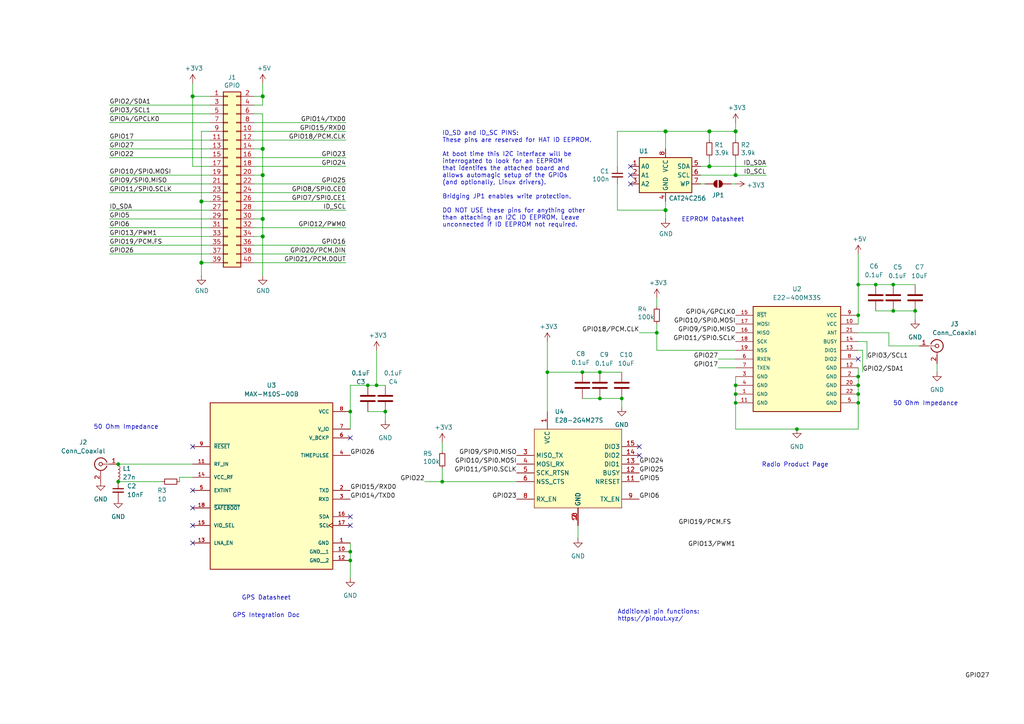
<source format=kicad_sch>
(kicad_sch (version 20250114) (generator "eeschema") (generator_version "9.0")
  (paper "A4")
  (title_block (date "15 nov 2012"))
  (lib_symbols
    (symbol "Connector:Conn_Coaxial" (pin_names (offset 1.016) (hide yes))
      (property "Reference" "J" (at 0.254 3.048 0))
      (property "Value" "Conn_Coaxial" (at 2.921 0 90))
      (symbol "Conn_Coaxial_0_1"
        (polyline (pts (xy -2.54 0) (xy -0.508 0)))
        (arc (start 1.778 0) (mid 0.222 -1.8079) (end -1.778 -0.508) (stroke (width 0.254)))
        (arc (start -1.778 0.508) (mid 0.2221 1.8084) (end 1.778 0) (stroke (width 0.254)))
        (circle (center 0 0) (radius 0.508) (stroke (width 0.2032)))
        (polyline (pts (xy 0 -2.54) (xy 0 -1.778)))
      )
      (symbol "Conn_Coaxial_1_1"
        (pin passive line (at -5.08 0 0) (length 2.54) (name "In") (number "1"))
        (pin passive line (at 0 -5.08 90) (length 2.54) (name "Ext") (number "2"))
      )
    )
    (symbol "Connector_Generic:Conn_02x20_Odd_Even" (pin_names (offset 1.016) (hide yes))
      (property "Reference" "J" (at 1.27 25.4 0))
      (property "Value" "Conn_02x20_Odd_Even" (at 1.27 -27.94 0))
      (symbol "Conn_02x20_Odd_Even_1_1"
        (rectangle (start -1.27 24.13) (end 3.81 -26.67) (stroke (width 0.254)) (fill (type background)))
        (rectangle (start -1.27 22.987) (end 0 22.733) (stroke (width 0.1524)))
        (rectangle (start -1.27 20.447) (end 0 20.193) (stroke (width 0.1524)))
        (rectangle (start -1.27 17.907) (end 0 17.653) (stroke (width 0.1524)))
        (rectangle (start -1.27 15.367) (end 0 15.113) (stroke (width 0.1524)))
        (rectangle (start -1.27 12.827) (end 0 12.573) (stroke (width 0.1524)))
        (rectangle (start -1.27 10.287) (end 0 10.033) (stroke (width 0.1524)))
        (rectangle (start -1.27 7.747) (end 0 7.493) (stroke (width 0.1524)))
        (rectangle (start -1.27 5.207) (end 0 4.953) (stroke (width 0.1524)))
        (rectangle (start -1.27 2.667) (end 0 2.413) (stroke (width 0.1524)))
        (rectangle (start -1.27 0.127) (end 0 -0.127) (stroke (width 0.1524)))
        (rectangle (start -1.27 -2.413) (end 0 -2.667) (stroke (width 0.1524)))
        (rectangle (start -1.27 -4.953) (end 0 -5.207) (stroke (width 0.1524)))
        (rectangle (start -1.27 -7.493) (end 0 -7.747) (stroke (width 0.1524)))
        (rectangle (start -1.27 -10.033) (end 0 -10.287) (stroke (width 0.1524)))
        (rectangle (start -1.27 -12.573) (end 0 -12.827) (stroke (width 0.1524)))
        (rectangle (start -1.27 -15.113) (end 0 -15.367) (stroke (width 0.1524)))
        (rectangle (start -1.27 -17.653) (end 0 -17.907) (stroke (width 0.1524)))
        (rectangle (start -1.27 -20.193) (end 0 -20.447) (stroke (width 0.1524)))
        (rectangle (start -1.27 -22.733) (end 0 -22.987) (stroke (width 0.1524)))
        (rectangle (start -1.27 -25.273) (end 0 -25.527) (stroke (width 0.1524)))
        (rectangle (start 3.81 22.987) (end 2.54 22.733) (stroke (width 0.1524)))
        (rectangle (start 3.81 20.447) (end 2.54 20.193) (stroke (width 0.1524)))
        (rectangle (start 3.81 17.907) (end 2.54 17.653) (stroke (width 0.1524)))
        (rectangle (start 3.81 15.367) (end 2.54 15.113) (stroke (width 0.1524)))
        (rectangle (start 3.81 12.827) (end 2.54 12.573) (stroke (width 0.1524)))
        (rectangle (start 3.81 10.287) (end 2.54 10.033) (stroke (width 0.1524)))
        (rectangle (start 3.81 7.747) (end 2.54 7.493) (stroke (width 0.1524)))
        (rectangle (start 3.81 5.207) (end 2.54 4.953) (stroke (width 0.1524)))
        (rectangle (start 3.81 2.667) (end 2.54 2.413) (stroke (width 0.1524)))
        (rectangle (start 3.81 0.127) (end 2.54 -0.127) (stroke (width 0.1524)))
        (rectangle (start 3.81 -2.413) (end 2.54 -2.667) (stroke (width 0.1524)))
        (rectangle (start 3.81 -4.953) (end 2.54 -5.207) (stroke (width 0.1524)))
        (rectangle (start 3.81 -7.493) (end 2.54 -7.747) (stroke (width 0.1524)))
        (rectangle (start 3.81 -10.033) (end 2.54 -10.287) (stroke (width 0.1524)))
        (rectangle (start 3.81 -12.573) (end 2.54 -12.827) (stroke (width 0.1524)))
        (rectangle (start 3.81 -15.113) (end 2.54 -15.367) (stroke (width 0.1524)))
        (rectangle (start 3.81 -17.653) (end 2.54 -17.907) (stroke (width 0.1524)))
        (rectangle (start 3.81 -20.193) (end 2.54 -20.447) (stroke (width 0.1524)))
        (rectangle (start 3.81 -22.733) (end 2.54 -22.987) (stroke (width 0.1524)))
        (rectangle (start 3.81 -25.273) (end 2.54 -25.527) (stroke (width 0.1524)))
        (pin passive line (at -5.08 22.86 0) (length 3.81) (name "Pin_1") (number "1"))
        (pin passive line (at -5.08 20.32 0) (length 3.81) (name "Pin_3") (number "3"))
        (pin passive line (at -5.08 17.78 0) (length 3.81) (name "Pin_5") (number "5"))
        (pin passive line (at -5.08 15.24 0) (length 3.81) (name "Pin_7") (number "7"))
        (pin passive line (at -5.08 12.7 0) (length 3.81) (name "Pin_9") (number "9"))
        (pin passive line (at -5.08 10.16 0) (length 3.81) (name "Pin_11") (number "11"))
        (pin passive line (at -5.08 7.62 0) (length 3.81) (name "Pin_13") (number "13"))
        (pin passive line (at -5.08 5.08 0) (length 3.81) (name "Pin_15") (number "15"))
        (pin passive line (at -5.08 2.54 0) (length 3.81) (name "Pin_17") (number "17"))
        (pin passive line (at -5.08 0 0) (length 3.81) (name "Pin_19") (number "19"))
        (pin passive line (at -5.08 -2.54 0) (length 3.81) (name "Pin_21") (number "21"))
        (pin passive line (at -5.08 -5.08 0) (length 3.81) (name "Pin_23") (number "23"))
        (pin passive line (at -5.08 -7.62 0) (length 3.81) (name "Pin_25") (number "25"))
        (pin passive line (at -5.08 -10.16 0) (length 3.81) (name "Pin_27") (number "27"))
        (pin passive line (at -5.08 -12.7 0) (length 3.81) (name "Pin_29") (number "29"))
        (pin passive line (at -5.08 -15.24 0) (length 3.81) (name "Pin_31") (number "31"))
        (pin passive line (at -5.08 -17.78 0) (length 3.81) (name "Pin_33") (number "33"))
        (pin passive line (at -5.08 -20.32 0) (length 3.81) (name "Pin_35") (number "35"))
        (pin passive line (at -5.08 -22.86 0) (length 3.81) (name "Pin_37") (number "37"))
        (pin passive line (at -5.08 -25.4 0) (length 3.81) (name "Pin_39") (number "39"))
        (pin passive line (at 7.62 22.86 180) (length 3.81) (name "Pin_2") (number "2"))
        (pin passive line (at 7.62 20.32 180) (length 3.81) (name "Pin_4") (number "4"))
        (pin passive line (at 7.62 17.78 180) (length 3.81) (name "Pin_6") (number "6"))
        (pin passive line (at 7.62 15.24 180) (length 3.81) (name "Pin_8") (number "8"))
        (pin passive line (at 7.62 12.7 180) (length 3.81) (name "Pin_10") (number "10"))
        (pin passive line (at 7.62 10.16 180) (length 3.81) (name "Pin_12") (number "12"))
        (pin passive line (at 7.62 7.62 180) (length 3.81) (name "Pin_14") (number "14"))
        (pin passive line (at 7.62 5.08 180) (length 3.81) (name "Pin_16") (number "16"))
        (pin passive line (at 7.62 2.54 180) (length 3.81) (name "Pin_18") (number "18"))
        (pin passive line (at 7.62 0 180) (length 3.81) (name "Pin_20") (number "20"))
        (pin passive line (at 7.62 -2.54 180) (length 3.81) (name "Pin_22") (number "22"))
        (pin passive line (at 7.62 -5.08 180) (length 3.81) (name "Pin_24") (number "24"))
        (pin passive line (at 7.62 -7.62 180) (length 3.81) (name "Pin_26") (number "26"))
        (pin passive line (at 7.62 -10.16 180) (length 3.81) (name "Pin_28") (number "28"))
        (pin passive line (at 7.62 -12.7 180) (length 3.81) (name "Pin_30") (number "30"))
        (pin passive line (at 7.62 -15.24 180) (length 3.81) (name "Pin_32") (number "32"))
        (pin passive line (at 7.62 -17.78 180) (length 3.81) (name "Pin_34") (number "34"))
        (pin passive line (at 7.62 -20.32 180) (length 3.81) (name "Pin_36") (number "36"))
        (pin passive line (at 7.62 -22.86 180) (length 3.81) (name "Pin_38") (number "38"))
        (pin passive line (at 7.62 -25.4 180) (length 3.81) (name "Pin_40") (number "40"))
      )
    )
    (symbol "Device:C" (pin_numbers (hide yes)) (pin_names (offset 0.254))
      (property "Reference" "C" (at 0.635 2.54 0))
      (property "Value" "C" (at 0.635 -2.54 0))
      (symbol "C_0_1"
        (polyline (pts (xy -2.032 0.762) (xy 2.032 0.762)) (stroke (width 0.508)))
        (polyline (pts (xy -2.032 -0.762) (xy 2.032 -0.762)) (stroke (width 0.508)))
      )
      (symbol "C_1_1"
        (pin passive line (at 0 3.81 270) (length 2.794) (name "~") (number "1"))
        (pin passive line (at 0 -3.81 90) (length 2.794) (name "~") (number "2"))
      )
    )
    (symbol "Device:C_Small" (pin_numbers (hide yes)) (pin_names (offset 0.254) (hide yes))
      (property "Reference" "C" (at 0.254 1.778 0))
      (property "Value" "C_Small" (at 0.254 -2.032 0))
      (symbol "C_Small_0_1"
        (polyline (pts (xy -1.524 0.508) (xy 1.524 0.508)) (stroke (width 0.3048)))
        (polyline (pts (xy -1.524 -0.508) (xy 1.524 -0.508)) (stroke (width 0.3302)))
      )
      (symbol "C_Small_1_1"
        (pin passive line (at 0 2.54 270) (length 2.032) (name "~") (number "1"))
        (pin passive line (at 0 -2.54 90) (length 2.032) (name "~") (number "2"))
      )
    )
    (symbol "Device:L_Small" (pin_numbers (hide yes)) (pin_names (offset 0.254) (hide yes))
      (property "Reference" "L" (at 0.762 1.016 0))
      (property "Value" "L_Small" (at 0.762 -1.016 0))
      (symbol "L_Small_0_1"
        (arc (start 0 2.032) (mid 0.5058 1.524) (end 0 1.016))
        (arc (start 0 1.016) (mid 0.5058 0.508) (end 0 0))
        (arc (start 0 0) (mid 0.5058 -0.508) (end 0 -1.016))
        (arc (start 0 -1.016) (mid 0.5058 -1.524) (end 0 -2.032))
      )
      (symbol "L_Small_1_1"
        (pin passive line (at 0 2.54 270) (length 0.508) (name "~") (number "1"))
        (pin passive line (at 0 -2.54 90) (length 0.508) (name "~") (number "2"))
      )
    )
    (symbol "Device:R_Small" (pin_numbers (hide yes)) (pin_names (offset 0.254) (hide yes))
      (property "Reference" "R" (at 0.762 0.508 0))
      (property "Value" "R_Small" (at 0.762 -1.016 0))
      (symbol "R_Small_0_1"
        (rectangle (start -0.762 1.778) (end 0.762 -1.778) (stroke (width 0.2032)))
      )
      (symbol "R_Small_1_1"
        (pin passive line (at 0 2.54 270) (length 0.762) (name "~") (number "1"))
        (pin passive line (at 0 -2.54 90) (length 0.762) (name "~") (number "2"))
      )
    )
    (symbol "GND_24" (power) (pin_names (offset 0))
      (property "Value" "GND_24" (at 0 -3.81 0))
      (symbol "GND_24_0_1"
        (polyline (pts (xy 0 0) (xy 0 -1.27) (xy 1.27 -1.27) (xy 0 -2.54) (xy -1.27 -1.27) (xy 0 -1.27)))
      )
      (symbol "GND_24_1_1"
        (pin power_in line (at 0 0 270) (length 0) (hide yes) (name "GND") (number "1"))
      )
    )
    (symbol "GND_25" (power) (pin_names (offset 0))
      (property "Value" "GND_25" (at 0 -3.81 0))
      (symbol "GND_25_0_1"
        (polyline (pts (xy 0 0) (xy 0 -1.27) (xy 1.27 -1.27) (xy 0 -2.54) (xy -1.27 -1.27) (xy 0 -1.27)))
      )
      (symbol "GND_25_1_1"
        (pin power_in line (at 0 0 270) (length 0) (hide yes) (name "GND") (number "1"))
      )
    )
    (symbol "Jumper:SolderJumper_2_Open" (pin_numbers (hide yes)) (pin_names (offset 0) (hide yes)) (exclude_from_sim yes) (in_bom no)
      (property "Reference" "JP" (at 0 2.032 0))
      (property "Value" "SolderJumper_2_Open" (at 0 -2.54 0))
      (symbol "SolderJumper_2_Open_0_1"
        (polyline (pts (xy -0.254 1.016) (xy -0.254 -1.016)))
        (arc (start -0.254 -1.016) (mid -1.2656 0) (end -0.254 1.016))
        (arc (start -0.254 -1.016) (mid -1.2656 0) (end -0.254 1.016) (fill (type outline)))
        (arc (start 0.254 1.016) (mid 1.2656 0) (end 0.254 -1.016))
        (arc (start 0.254 1.016) (mid 1.2656 0) (end 0.254 -1.016) (fill (type outline)))
        (polyline (pts (xy 0.254 1.016) (xy 0.254 -1.016)))
      )
      (symbol "SolderJumper_2_Open_1_1"
        (pin passive line (at -3.81 0 0) (length 2.54) (name "A") (number "1"))
        (pin passive line (at 3.81 0 180) (length 2.54) (name "B") (number "2"))
      )
    )
    (symbol "Memory_EEPROM:CAT24C256"
      (property "Reference" "U" (at -6.35 6.35 0))
      (property "Value" "CAT24C256" (at 1.27 6.35 0))
      (symbol "CAT24C256_1_1"
        (rectangle (start -7.62 5.08) (end 7.62 -5.08) (stroke (width 0.254)) (fill (type background)))
        (pin input line (at -10.16 2.54 0) (length 2.54) (name "A0") (number "1"))
        (pin input line (at -10.16 0 0) (length 2.54) (name "A1") (number "2"))
        (pin input line (at -10.16 -2.54 0) (length 2.54) (name "A2") (number "3"))
        (pin power_in line (at 0 7.62 270) (length 2.54) (name "VCC") (number "8"))
        (pin power_in line (at 0 -7.62 90) (length 2.54) (name "GND") (number "4"))
        (pin bidirectional line (at 10.16 2.54 180) (length 2.54) (name "SDA") (number "5"))
        (pin input line (at 10.16 0 180) (length 2.54) (name "SCL") (number "6"))
        (pin input line (at 10.16 -2.54 180) (length 2.54) (name "WP") (number "7"))
      )
    )
    (symbol "RPiGsSymbols:E22-400M33S" (pin_names (offset 1.016))
      (property "Reference" "U" (at -12.7 16.002 0))
      (property "Value" "E22-400M33S" (at -12.7 -17.78 0))
      (symbol "E22-400M33S_0_0"
        (rectangle (start -12.7 15.24) (end 12.7 -15.24) (stroke (width 0.254)) (fill (type background)))
        (pin input line (at -17.78 12.7 0) (length 5.08) (name "~{RST}") (number "15"))
        (pin input line (at -17.78 10.16 0) (length 5.08) (name "MOSI") (number "17"))
        (pin output line (at -17.78 7.62 0) (length 5.08) (name "MISO") (number "16"))
        (pin input line (at -17.78 5.08 0) (length 5.08) (name "SCK") (number "18"))
        (pin input line (at -17.78 2.54 0) (length 5.08) (name "NSS") (number "19"))
        (pin input line (at -17.78 0 0) (length 5.08) (name "RXEN") (number "6"))
        (pin input line (at -17.78 -2.54 0) (length 5.08) (name "TXEN") (number "7"))
        (pin power_in line (at -17.78 -5.08 0) (length 5.08) (name "GND") (number "3"))
        (pin power_in line (at -17.78 -7.62 0) (length 5.08) (name "GND") (number "4"))
        (pin power_in line (at -17.78 -10.16 0) (length 5.08) (name "GND") (number "1"))
        (pin power_in line (at -17.78 -12.7 0) (length 5.08) (name "GND") (number "11"))
        (pin power_in line (at 17.78 12.7 180) (length 5.08) (name "VCC") (number "9"))
        (pin power_in line (at 17.78 10.16 180) (length 5.08) (name "VCC") (number "10"))
        (pin output line (at 17.78 7.62 180) (length 5.08) (name "ANT") (number "21"))
        (pin output line (at 17.78 5.08 180) (length 5.08) (name "BUSY") (number "14"))
        (pin bidirectional line (at 17.78 2.54 180) (length 5.08) (name "DIO1") (number "13"))
        (pin bidirectional line (at 17.78 0 180) (length 5.08) (name "DIO2") (number "8"))
        (pin power_in line (at 17.78 -2.54 180) (length 5.08) (name "GND") (number "12"))
        (pin power_in line (at 17.78 -5.08 180) (length 5.08) (name "GND") (number "2"))
        (pin power_in line (at 17.78 -7.62 180) (length 5.08) (name "GND") (number "20"))
        (pin power_in line (at 17.78 -10.16 180) (length 5.08) (name "GND") (number "22"))
        (pin power_in line (at 17.78 -12.7 180) (length 5.08) (name "GND") (number "5"))
      )
    )
    (symbol "RPiGsSymbols:E28-2G4M27S"
      (property "Reference" "U30" (at 0 12.7 0))
      (property "Value" "E28-2G4M27S" (at 0 10.16 0))
      (symbol "E28-2G4M27S_0_1"
        (rectangle (start -12.7 7.62) (end 12.7 -15.24) (fill (type background)))
        (pin unspecified line (at -17.78 0 0) (length 5.08) (name "MISO_TX") (number "3"))
        (pin unspecified line (at -17.78 -2.54 0) (length 5.08) (name "MOSI_RX") (number "4"))
        (pin unspecified line (at -17.78 -5.08 0) (length 5.08) (name "SCK_RTSN") (number "5"))
        (pin unspecified line (at -17.78 -7.62 0) (length 5.08) (name "NSS_CTS") (number "6"))
        (pin unspecified line (at -17.78 -12.7 0) (length 5.08) (name "RX_EN") (number "8"))
        (pin unspecified line (at -8.89 12.7 270) (length 5.08) (name "VCC") (number "1"))
        (pin unspecified line (at 0 -20.32 90) (length 5.08) (name "GND") (number "10"))
        (pin unspecified line (at 0 -20.32 90) (length 5.08) (name "GND") (number "16"))
        (pin unspecified line (at 0 -20.32 90) (length 5.08) (name "GND") (number "2"))
        (pin unspecified line (at 0 -20.32 90) (length 5.08) (name "GND") (number "7"))
        (pin unspecified line (at 17.78 2.54 180) (length 5.08) (name "DIO3") (number "15"))
        (pin unspecified line (at 17.78 0 180) (length 5.08) (name "DIO2") (number "14"))
        (pin unspecified line (at 17.78 -2.54 180) (length 5.08) (name "DIO1") (number "13"))
        (pin unspecified line (at 17.78 -5.08 180) (length 5.08) (name "BUSY") (number "12"))
        (pin unspecified line (at 17.78 -7.62 180) (length 5.08) (name "NRESET") (number "11"))
        (pin unspecified line (at 17.78 -12.7 180) (length 5.08) (name "TX_EN") (number "9"))
      )
    )
    (symbol "RPiGsSymbols:MAX-M10S-00B" (pin_names (offset 1.016))
      (property "Reference" "U" (at -17.78 21.082 0))
      (property "Value" "MAX-M10S-00B" (at -17.78 -30.48 0))
      (symbol "MAX-M10S-00B_0_0"
        (rectangle (start -17.78 20.32) (end 17.78 -27.94) (stroke (width 0.254)) (fill (type background)))
        (pin input line (at -22.86 7.62 0) (length 5.08) (name "~{RESET}") (number "9"))
        (pin input line (at -22.86 2.54 0) (length 5.08) (name "RF_IN") (number "11"))
        (pin power_in line (at -22.86 -1.27 0) (length 5.08) (name "VCC_RF") (number "14"))
        (pin input line (at -22.86 -5.08 0) (length 5.08) (name "EXTINT") (number "5"))
        (pin input line (at -22.86 -10.16 0) (length 5.08) (name "~{SAFEBOOT}") (number "18"))
        (pin input line (at -22.86 -15.24 0) (length 5.08) (name "VIO_SEL") (number "15"))
        (pin output line (at -22.86 -20.32 0) (length 5.08) (name "LNA_EN") (number "13"))
        (pin power_in line (at 22.86 17.78 180) (length 5.08) (name "VCC") (number "8"))
        (pin power_in line (at 22.86 12.7 180) (length 5.08) (name "V_IO") (number "7"))
        (pin power_in line (at 22.86 10.16 180) (length 5.08) (name "V_BCKP") (number "6"))
        (pin output line (at 22.86 5.08 180) (length 5.08) (name "TIMEPULSE") (number "4"))
        (pin output line (at 22.86 -5.08 180) (length 5.08) (name "TXD") (number "2"))
        (pin input line (at 22.86 -7.62 180) (length 5.08) (name "RXD") (number "3"))
        (pin bidirectional line (at 22.86 -12.7 180) (length 5.08) (name "SDA") (number "16"))
        (pin input clock (at 22.86 -15.24 180) (length 5.08) (name "SCL") (number "17"))
        (pin power_in line (at 22.86 -20.32 180) (length 5.08) (name "GND") (number "1"))
        (pin power_in line (at 22.86 -22.86 180) (length 5.08) (name "GND__1") (number "10"))
        (pin power_in line (at 22.86 -25.4 180) (length 5.08) (name "GND__2") (number "12"))
      )
    )
    (symbol "power:+3.3V" (power) (pin_numbers (hide yes)) (pin_names (offset 0) (hide yes))
      (property "Value" "+3.3V" (at 0 3.556 0))
      (symbol "+3.3V_0_1"
        (polyline (pts (xy -0.762 1.27) (xy 0 2.54)))
        (polyline (pts (xy 0 2.54) (xy 0.762 1.27)))
        (polyline (pts (xy 0 0) (xy 0 2.54)))
      )
      (symbol "+3.3V_1_1"
        (pin power_in line (at 0 0 90) (length 0) (name "~") (number "1"))
      )
    )
    (symbol "power:+5V" (power) (pin_numbers (hide yes)) (pin_names (offset 0) (hide yes))
      (property "Value" "+5V" (at 0 3.556 0))
      (symbol "+5V_0_1"
        (polyline (pts (xy -0.762 1.27) (xy 0 2.54)))
        (polyline (pts (xy 0 2.54) (xy 0.762 1.27)))
        (polyline (pts (xy 0 0) (xy 0 2.54)))
      )
      (symbol "+5V_1_1"
        (pin power_in line (at 0 0 90) (length 0) (name "~") (number "1"))
      )
    )
    (symbol "power:GND" (power) (pin_numbers (hide yes)) (pin_names (offset 0) (hide yes))
      (property "Value" "GND" (at 0 -3.81 0))
      (symbol "GND_0_1"
        (polyline (pts (xy 0 0) (xy 0 -1.27) (xy 1.27 -1.27) (xy 0 -2.54) (xy -1.27 -1.27) (xy 0 -1.27)))
      )
      (symbol "GND_1_1"
        (pin power_in line (at 0 0 270) (length 0) (name "~") (number "1"))
      )
    )
  )
  (text "50 Ohm Impedance" (at 268.478 117.094 0) (effects (font (size 1.27 1.27))))
  (text "Additional pin functions:\nhttps://pinout.xyz/" (at 179.07 180.34 0) (effects (font (size 1.27 1.27)) (justify left bottom)))
  (text "GPS Datasheet" (at 77.216 173.482 0) (effects (font (size 1.27 1.27))))
  (text "Radio Product Page" (at 230.632 134.874 0) (effects (font (size 1.27 1.27))))
  (text "EEPROM Datasheet" (at 206.756 63.754 0) (effects (font (size 1.27 1.27))))
  (text "ID_SD and ID_SC PINS:\nThese pins are reserved for HAT ID EEPROM.\n\nAt boot time this I2C interface will be\ninterrogated to look for an EEPROM\nthat identifes the attached board and\nallows automagic setup of the GPIOs\n(and optionally, Linux drivers).\n\nBridging JP1 enables write protection.\n\nDO NOT USE these pins for anything other\nthan attaching an I2C ID EEPROM. Leave\nunconnected if ID EEPROM not required." (at 128.27 66.04 0) (effects (font (size 1.27 1.27)) (justify left bottom)))
  (text "50 Ohm Impedance" (at 36.576 123.952 0) (effects (font (size 1.27 1.27))))
  (text "GPS Integration Doc" (at 77.216 178.562 0) (effects (font (size 1.27 1.27))))
  (junction (at 265.43 90.17))
  (junction (at 205.74 48.26) (diameter 1.016))
  (junction (at 76.2 27.94) (diameter 1.016))
  (junction (at 193.04 60.96) (diameter 1.016))
  (junction (at 106.68 111.76))
  (junction (at 248.92 114.3))
  (junction (at 76.2 43.18) (diameter 1.016))
  (junction (at 193.04 38.1) (diameter 1.016))
  (junction (at 168.91 107.95))
  (junction (at 213.36 116.84))
  (junction (at 109.22 111.76))
  (junction (at 190.5 96.52))
  (junction (at 173.99 115.57))
  (junction (at 213.36 38.1) (diameter 1.016))
  (junction (at 101.6 119.38))
  (junction (at 254 82.55))
  (junction (at 34.29 139.7))
  (junction (at 34.29 134.62))
  (junction (at 248.92 109.22))
  (junction (at 248.92 82.55))
  (junction (at 111.76 119.38))
  (junction (at 58.42 76.2) (diameter 1.016))
  (junction (at 259.08 82.55))
  (junction (at 213.36 114.3))
  (junction (at 101.6 162.56))
  (junction (at 58.42 58.42) (diameter 1.016))
  (junction (at 76.2 68.58) (diameter 1.016))
  (junction (at 173.99 107.95))
  (junction (at 259.08 90.17))
  (junction (at 248.92 111.76))
  (junction (at 76.2 63.5) (diameter 1.016))
  (junction (at 248.92 116.84))
  (junction (at 76.2 50.8) (diameter 1.016))
  (junction (at 101.6 160.02))
  (junction (at 213.36 50.8) (diameter 1.016))
  (junction (at 180.34 115.57))
  (junction (at 248.92 91.44))
  (junction (at 158.75 107.95))
  (junction (at 213.36 111.76))
  (junction (at 128.27 139.7))
  (junction (at 55.88 27.94) (diameter 1.016))
  (junction (at 205.74 38.1) (diameter 1.016))
  (junction (at 231.14 124.46))
  (no_connect (at 182.88 48.26))
  (no_connect (at 182.88 50.8))
  (no_connect (at 182.88 53.34))
  (no_connect (at 101.6 127))
  (no_connect (at 55.88 129.54))
  (no_connect (at 185.42 129.54))
  (no_connect (at 101.6 152.4))
  (no_connect (at 185.42 132.08))
  (no_connect (at 248.92 104.14))
  (no_connect (at 55.88 147.32))
  (no_connect (at 55.88 152.4))
  (no_connect (at 101.6 149.86))
  (no_connect (at 55.88 142.24))
  (no_connect (at 55.88 157.48))
  (wire (pts (xy 58.42 58.42) (xy 58.42 76.2)))
  (wire (pts (xy 73.66 58.42) (xy 100.33 58.42)))
  (wire (pts (xy 34.29 139.7) (xy 46.99 139.7)))
  (wire (pts (xy 60.96 40.64) (xy 31.75 40.64)))
  (wire (pts (xy 193.04 38.1) (xy 205.74 38.1)))
  (wire (pts (xy 213.36 38.1) (xy 205.74 38.1)))
  (wire (pts (xy 213.36 40.64) (xy 213.36 38.1)))
  (wire (pts (xy 34.29 134.62) (xy 55.88 134.62)))
  (wire (pts (xy 250.19 101.6) (xy 248.92 101.6)))
  (wire (pts (xy 248.92 82.55) (xy 254 82.55)))
  (wire (pts (xy 76.2 33.02) (xy 76.2 43.18)))
  (wire (pts (xy 76.2 50.8) (xy 73.66 50.8)))
  (wire (pts (xy 106.68 119.38) (xy 111.76 119.38)))
  (wire (pts (xy 158.75 119.38) (xy 158.75 107.95)))
  (wire (pts (xy 101.6 157.48) (xy 101.6 160.02)))
  (wire (pts (xy 109.22 101.6) (xy 109.22 111.76)))
  (wire (pts (xy 76.2 63.5) (xy 76.2 68.58)))
  (wire (pts (xy 168.91 107.95) (xy 173.99 107.95)))
  (wire (pts (xy 101.6 162.56) (xy 101.6 167.64)))
  (wire (pts (xy 76.2 50.8) (xy 76.2 63.5)))
  (wire (pts (xy 73.66 35.56) (xy 100.33 35.56)))
  (wire (pts (xy 190.5 101.6) (xy 213.36 101.6)))
  (wire (pts (xy 58.42 38.1) (xy 58.42 58.42)))
  (wire (pts (xy 213.36 109.22) (xy 213.36 111.76)))
  (wire (pts (xy 173.99 115.57) (xy 168.91 115.57)))
  (wire (pts (xy 203.2 48.26) (xy 205.74 48.26)))
  (wire (pts (xy 205.74 48.26) (xy 222.25 48.26)))
  (wire (pts (xy 265.43 82.55) (xy 259.08 82.55)))
  (wire (pts (xy 190.5 96.52) (xy 190.5 101.6)))
  (wire (pts (xy 58.42 38.1) (xy 60.96 38.1)))
  (wire (pts (xy 203.2 53.34) (xy 204.47 53.34)))
  (wire (pts (xy 212.09 53.34) (xy 213.36 53.34)))
  (wire (pts (xy 101.6 160.02) (xy 101.6 162.56)))
  (wire (pts (xy 73.66 55.88) (xy 100.33 55.88)))
  (wire (pts (xy 60.96 60.96) (xy 31.75 60.96)))
  (wire (pts (xy 31.75 63.5) (xy 60.96 63.5)))
  (wire (pts (xy 254 82.55) (xy 259.08 82.55)))
  (wire (pts (xy 213.36 124.46) (xy 213.36 116.84)))
  (wire (pts (xy 248.92 111.76) (xy 248.92 114.3)))
  (wire (pts (xy 101.6 119.38) (xy 101.6 111.76)))
  (wire (pts (xy 248.92 93.98) (xy 248.92 91.44)))
  (wire (pts (xy 106.68 111.76) (xy 109.22 111.76)))
  (wire (pts (xy 58.42 58.42) (xy 60.96 58.42)))
  (wire (pts (xy 213.36 35.56) (xy 213.36 38.1)))
  (wire (pts (xy 265.43 90.17) (xy 259.08 90.17)))
  (wire (pts (xy 73.66 45.72) (xy 100.33 45.72)))
  (wire (pts (xy 193.04 38.1) (xy 193.04 43.18)))
  (wire (pts (xy 250.19 107.95) (xy 250.19 101.6)))
  (wire (pts (xy 248.92 96.52) (xy 257.81 96.52)))
  (wire (pts (xy 109.22 111.76) (xy 111.76 111.76)))
  (wire (pts (xy 213.36 114.3) (xy 213.36 116.84)))
  (wire (pts (xy 73.66 76.2) (xy 100.33 76.2)))
  (wire (pts (xy 58.42 76.2) (xy 58.42 80.01)))
  (wire (pts (xy 101.6 119.38) (xy 101.6 124.46)))
  (wire (pts (xy 31.75 43.18) (xy 60.96 43.18)))
  (wire (pts (xy 213.36 45.72) (xy 213.36 50.8)))
  (wire (pts (xy 55.88 24.13) (xy 55.88 27.94)))
  (wire (pts (xy 180.34 107.95) (xy 173.99 107.95)))
  (wire (pts (xy 231.14 124.46) (xy 213.36 124.46)))
  (wire (pts (xy 158.75 99.06) (xy 158.75 107.95)))
  (wire (pts (xy 76.2 68.58) (xy 73.66 68.58)))
  (wire (pts (xy 128.27 135.89) (xy 128.27 139.7)))
  (wire (pts (xy 31.75 33.02) (xy 60.96 33.02)))
  (wire (pts (xy 31.75 55.88) (xy 60.96 55.88)))
  (wire (pts (xy 55.88 48.26) (xy 60.96 48.26)))
  (wire (pts (xy 180.34 115.57) (xy 173.99 115.57)))
  (wire (pts (xy 60.96 30.48) (xy 31.75 30.48)))
  (wire (pts (xy 76.2 27.94) (xy 76.2 30.48)))
  (wire (pts (xy 52.07 138.43) (xy 52.07 139.7)))
  (wire (pts (xy 76.2 43.18) (xy 76.2 50.8)))
  (wire (pts (xy 73.66 40.64) (xy 100.33 40.64)))
  (wire (pts (xy 76.2 43.18) (xy 73.66 43.18)))
  (wire (pts (xy 248.92 109.22) (xy 248.92 111.76)))
  (wire (pts (xy 76.2 24.13) (xy 76.2 27.94)))
  (wire (pts (xy 128.27 139.7) (xy 149.86 139.7)))
  (wire (pts (xy 31.75 35.56) (xy 60.96 35.56)))
  (wire (pts (xy 111.76 119.38) (xy 111.76 121.92)))
  (wire (pts (xy 205.74 38.1) (xy 205.74 40.64)))
  (wire (pts (xy 180.34 115.57) (xy 180.34 118.11)))
  (wire (pts (xy 76.2 27.94) (xy 73.66 27.94)))
  (wire (pts (xy 55.88 27.94) (xy 55.88 48.26)))
  (wire (pts (xy 73.66 48.26) (xy 100.33 48.26)))
  (wire (pts (xy 73.66 38.1) (xy 100.33 38.1)))
  (wire (pts (xy 205.74 45.72) (xy 205.74 48.26)))
  (wire (pts (xy 101.6 111.76) (xy 106.68 111.76)))
  (wire (pts (xy 203.2 50.8) (xy 213.36 50.8)))
  (wire (pts (xy 213.36 50.8) (xy 222.25 50.8)))
  (wire (pts (xy 31.75 45.72) (xy 60.96 45.72)))
  (wire (pts (xy 31.75 53.34) (xy 60.96 53.34)))
  (wire (pts (xy 248.92 106.68) (xy 248.92 109.22)))
  (wire (pts (xy 271.78 105.41) (xy 271.78 107.95)))
  (wire (pts (xy 31.75 66.04) (xy 60.96 66.04)))
  (wire (pts (xy 76.2 30.48) (xy 73.66 30.48)))
  (wire (pts (xy 231.14 124.46) (xy 248.92 124.46)))
  (wire (pts (xy 208.28 106.68) (xy 213.36 106.68)))
  (wire (pts (xy 213.36 111.76) (xy 213.36 114.3)))
  (wire (pts (xy 31.75 71.12) (xy 60.96 71.12)))
  (wire (pts (xy 73.66 71.12) (xy 100.33 71.12)))
  (wire (pts (xy 123.19 139.7) (xy 128.27 139.7)))
  (wire (pts (xy 73.66 66.04) (xy 100.33 66.04)))
  (wire (pts (xy 190.5 93.98) (xy 190.5 96.52)))
  (wire (pts (xy 58.42 76.2) (xy 60.96 76.2)))
  (wire (pts (xy 158.75 107.95) (xy 168.91 107.95)))
  (wire (pts (xy 128.27 128.27) (xy 128.27 130.81)))
  (wire (pts (xy 73.66 73.66) (xy 100.33 73.66)))
  (wire (pts (xy 76.2 33.02) (xy 73.66 33.02)))
  (wire (pts (xy 31.75 73.66) (xy 60.96 73.66)))
  (wire (pts (xy 208.28 104.14) (xy 213.36 104.14)))
  (wire (pts (xy 251.46 99.06) (xy 248.92 99.06)))
  (wire (pts (xy 185.42 96.52) (xy 190.5 96.52)))
  (wire (pts (xy 257.81 100.33) (xy 266.7 100.33)))
  (wire (pts (xy 248.92 124.46) (xy 248.92 116.84)))
  (wire (pts (xy 257.81 96.52) (xy 257.81 100.33)))
  (wire (pts (xy 179.07 38.1) (xy 179.07 48.26)))
  (wire (pts (xy 179.07 53.34) (xy 179.07 60.96)))
  (wire (pts (xy 179.07 60.96) (xy 193.04 60.96)))
  (wire (pts (xy 193.04 38.1) (xy 179.07 38.1)))
  (wire (pts (xy 259.08 90.17) (xy 254 90.17)))
  (wire (pts (xy 52.07 138.43) (xy 55.88 138.43)))
  (wire (pts (xy 193.04 58.42) (xy 193.04 60.96)))
  (wire (pts (xy 193.04 60.96) (xy 193.04 63.5)))
  (wire (pts (xy 248.92 73.66) (xy 248.92 82.55)))
  (wire (pts (xy 76.2 68.58) (xy 76.2 80.01)))
  (wire (pts (xy 167.64 152.4) (xy 167.64 156.21)))
  (wire (pts (xy 73.66 53.34) (xy 100.33 53.34)))
  (wire (pts (xy 60.96 68.58) (xy 31.75 68.58)))
  (wire (pts (xy 265.43 90.17) (xy 265.43 92.71)))
  (wire (pts (xy 248.92 82.55) (xy 248.92 91.44)))
  (wire (pts (xy 76.2 63.5) (xy 73.66 63.5)))
  (wire (pts (xy 55.88 27.94) (xy 60.96 27.94)))
  (wire (pts (xy 251.46 104.14) (xy 251.46 99.06)))
  (wire (pts (xy 248.92 114.3) (xy 248.92 116.84)))
  (wire (pts (xy 190.5 86.36) (xy 190.5 88.9)))
  (wire (pts (xy 60.96 50.8) (xy 31.75 50.8)))
  (wire (pts (xy 73.66 60.96) (xy 100.33 60.96)))
  (label "ID_SDA" (at 31.75 60.96 0))
  (label "GPIO6" (at 31.75 66.04 0))
  (label "ID_SDA" (at 222.25 48.26 180))
  (label "GPIO14{slash}TXD0" (at 101.6 144.78 0))
  (label "ID_SCL" (at 100.33 60.96 180))
  (label "GPIO5" (at 185.42 139.7 0))
  (label "GPIO5" (at 31.75 63.5 0))
  (label "GPIO9{slash}SPI0.MISO" (at 213.36 96.52 180))
  (label "GPIO21{slash}PCM.DOUT" (at 100.33 76.2 180))
  (label "GPIO19{slash}PCM.FS" (at 31.75 71.12 0))
  (label "GPIO10{slash}SPI0.MOSI" (at 31.75 50.8 0))
  (label "GPIO26" (at 101.6 132.08 0))
  (label "GPIO9{slash}SPI0.MISO" (at 31.75 53.34 0))
  (label "GPIO23" (at 100.33 45.72 180))
  (label "GPIO15{slash}RXD0" (at 101.6 142.24 0))
  (label "GPIO4{slash}GPCLK0" (at 31.75 35.56 0))
  (label "GPIO11{slash}SPI0.SCLK" (at 213.36 99.06 180))
  (label "GPIO6" (at 185.42 144.78 0))
  (label "GPIO19{slash}PCM.FS" (at 212.09 152.4 180))
  (label "GPIO27" (at 31.75 43.18 0))
  (label "GPIO11{slash}SPI0.SCLK" (at 149.86 137.16 180))
  (label "GPIO26" (at 31.75 73.66 0))
  (label "GPIO14{slash}TXD0" (at 100.33 35.56 180))
  (label "GPIO8{slash}SPI0.CE0" (at 100.33 55.88 180))
  (label "GPIO15{slash}RXD0" (at 100.33 38.1 180))
  (label "GPIO25" (at 185.42 137.16 0))
  (label "GPIO16" (at 100.33 71.12 180))
  (label "GPIO4{slash}GPCLK0" (at 213.36 91.44 180))
  (label "GPIO13{slash}PWM1" (at 213.36 158.75 180))
  (label "GPIO22" (at 31.75 45.72 0))
  (label "GPIO2{slash}SDA1" (at 31.75 30.48 0))
  (label "GPIO17" (at 31.75 40.64 0))
  (label "GPIO2{slash}SDA1" (at 250.19 107.95 0))
  (label "GPIO22" (at 123.19 139.7 180))
  (label "GPIO27" (at 208.28 104.14 180))
  (label "GPIO25" (at 100.33 53.34 180))
  (label "GPIO9{slash}SPI0.MISO" (at 149.86 132.08 180))
  (label "GPIO3{slash}SCL1" (at 31.75 33.02 0))
  (label "GPIO23" (at 149.86 144.78 180))
  (label "GPIO18{slash}PCM.CLK" (at 100.33 40.64 180))
  (label "GPIO12{slash}PWM0" (at 100.33 66.04 180))
  (label "GPIO13{slash}PWM1" (at 31.75 68.58 0))
  (label "GPIO20{slash}PCM.DIN" (at 100.33 73.66 180))
  (label "GPIO24" (at 100.33 48.26 180))
  (label "GPIO7{slash}SPI0.CE1" (at 100.33 58.42 180))
  (label "GPIO17" (at 208.28 106.68 180))
  (label "GPIO3{slash}SCL1" (at 251.46 104.14 0))
  (label "GPIO27" (at 287.02 196.85 180))
  (label "ID_SCL" (at 222.25 50.8 180))
  (label "GPIO24" (at 185.42 134.62 0))
  (label "GPIO10{slash}SPI0.MOSI" (at 213.36 93.98 180))
  (label "GPIO18{slash}PCM.CLK" (at 185.42 96.52 180))
  (label "GPIO11{slash}SPI0.SCLK" (at 31.75 55.88 0))
  (label "GPIO10{slash}SPI0.MOSI" (at 149.86 134.62 180))
  (symbol (lib_id "power:+5V") (at 76.2 24.13 0) (unit 1)
    (property "Reference" "#PWR01" (effects (hide yes)))
    (property "Value" "+5V" (at 76.5683 19.8056 0))
    (property "Description" "Power symbol creates a global label with name \"+5V\"" (effects (hide yes)))
  )
  (symbol (lib_id "power:+3.3V") (at 55.88 24.13 0) (unit 1)
    (property "Reference" "#PWR04" (effects (hide yes)))
    (property "Value" "+3V3" (at 56.2483 19.8056 0))
    (property "Description" "Power symbol creates a global label with name \"+3.3V\"" (effects (hide yes)))
  )
  (symbol (lib_id "power:GND") (at 76.2 80.01 0) (unit 1)
    (property "Reference" "#PWR02" (effects (hide yes)))
    (property "Value" "GND" (at 76.3143 84.3344 0))
    (property "Description" "Power symbol creates a global label with name \"GND\" , ground" (effects (hide yes)))
  )
  (symbol (lib_id "power:GND") (at 58.42 80.01 0) (unit 1)
    (property "Reference" "#PWR03" (effects (hide yes)))
    (property "Value" "GND" (at 58.5343 84.3344 0))
    (property "Description" "Power symbol creates a global label with name \"GND\" , ground" (effects (hide yes)))
  )
  (symbol (lib_id "Connector_Generic:Conn_02x20_Odd_Even") (at 66.04 50.8 0) (unit 1)
    (property "Reference" "J1" (at 67.31 22.4598 0))
    (property "Value" "GPIO" (at 67.31 24.765 0))
    (property "Footprint" "Connector_PinSocket_2.54mm:PinSocket_2x20_P2.54mm_Vertical" (effects (hide yes)))
    (property "Description" "Generic connector, double row, 02x20, odd/even pin numbering scheme (row 1 odd numbers, row 2 even numbers), script generated (kicad-library-utils/schlib/autogen/connector/)" (effects (hide yes)))
  )
  (symbol (lib_id "RPiGsSymbols:E28-2G4M27S") (at 167.64 132.08 0) (unit 1)
    (property "Reference" "U4" (at 160.8933 119.38 0) (effects (justify left)))
    (property "Value" "E28-2G4M27S" (at 160.8933 121.92 0) (effects (justify left)))
    (property "Footprint" "RPiGSFootprints:WIRELM-SMD_E28-2G4M2XS" (effects (hide yes)))
    (property "Datasheet" "https://lcsc.com/product-detail/Wireless-Modules_Chengdu-Ebyte-Elec-Tech-E28-2G4M27S_C411312.html" (effects (hide yes)))
    (property "LCSC Part" "C411312" (effects (hide yes)))
  )
  (symbol (lib_id "power:+5V") (at 248.92 73.66 0) (unit 1)
    (property "Reference" "#PWR012" (effects (hide yes)))
    (property "Value" "+5V" (at 249.2883 69.3356 0))
    (property "Description" "Power symbol creates a global label with name \"+5V\"" (effects (hide yes)))
  )
  (symbol (lib_id "Device:C_Small") (at 179.07 50.8 0) (unit 1)
    (property "Reference" "C1" (at 176.7458 49.6506 0) (effects (justify right)))
    (property "Value" "100n" (at 176.7458 51.9493 0) (effects (justify right)))
    (property "Footprint" "Capacitor_SMD:C_0603_1608Metric" (effects (hide yes)))
    (property "Description" "Unpolarized capacitor, small symbol" (effects (hide yes)))
  )
  (symbol (lib_id "Device:C") (at 168.91 111.76 0) (unit 1)
    (property "Reference" "C8" (at 168.402 102.616 0))
    (property "Value" "0.1uF" (at 168.402 105.156 0))
    (property "Footprint" "Capacitor_SMD:C_0603_1608Metric" (effects (hide yes)))
    (property "Description" "Unpolarized capacitor" (effects (hide yes)))
  )
  (symbol (lib_id "RPiGsSymbols:E22-400M33S") (at 231.14 104.14 0) (unit 1)
    (property "Reference" "U2" (at 231.14 83.82 0))
    (property "Value" "E22-400M33S" (at 231.14 86.36 0))
    (property "Footprint" "RPiGSFootprints:XCVR_E22-400M33S" (effects (hide yes)))
  )
  (symbol (lib_name "GND_24") (lib_id "power:GND") (at 180.34 118.11 0) (unit 1)
    (property "Reference" "#PWR014" (effects (hide yes)))
    (property "Value" "GND" (at 180.34 123.19 0))
  )
  (symbol (lib_id "Device:R_Small") (at 205.74 43.18 0) (unit 1)
    (property "Reference" "R1" (at 207.2386 42.037 0) (effects (justify left)))
    (property "Value" "3.9k" (at 207.2387 44.3293 0) (effects (justify left)))
    (property "Footprint" "Resistor_SMD:R_0603_1608Metric" (effects (hide yes)))
    (property "Description" "Resistor, small symbol" (effects (hide yes)))
  )
  (symbol (lib_name "GND_24") (lib_id "power:GND") (at 29.21 139.7 0) (unit 1)
    (property "Reference" "#PWR07" (effects (hide yes)))
    (property "Value" "GND" (at 29.21 144.78 0))
  )
  (symbol (lib_id "power:+3.3V") (at 158.75 99.06 0) (unit 1)
    (property "Reference" "#PWR015" (effects (hide yes)))
    (property "Value" "+3V3" (at 159.1183 94.7356 0))
    (property "Description" "Power symbol creates a global label with name \"+3.3V\"" (effects (hide yes)))
  )
  (symbol (lib_id "Jumper:SolderJumper_2_Open") (at 208.28 53.34 0) (unit 1)
    (property "Reference" "JP1" (at 208.28 56.623 0))
    (property "Value" "ID_WP" (effects (hide yes)))
    (property "Footprint" "Jumper:SolderJumper-2_P1.3mm_Open_RoundedPad1.0x1.5mm" (effects (hide yes)))
    (property "Description" "Solder Jumper, 2-pole, open" (effects (hide yes)))
  )
  (symbol (lib_id "Device:R_Small") (at 213.36 43.18 0) (unit 1)
    (property "Reference" "R2" (at 214.8586 42.037 0) (effects (justify left)))
    (property "Value" "3.9k" (at 214.8587 44.3293 0) (effects (justify left)))
    (property "Footprint" "Resistor_SMD:R_0603_1608Metric" (effects (hide yes)))
    (property "Description" "Resistor, small symbol" (effects (hide yes)))
  )
  (symbol (lib_id "power:GND") (at 167.64 156.21 0) (unit 1)
    (property "Reference" "#PWR016" (effects (hide yes)))
    (property "Value" "GND" (at 167.64 161.29 0))
    (property "Description" "Power symbol creates a global label with name \"GND\" , ground" (effects (hide yes)))
  )
  (symbol (lib_id "power:+3.3V") (at 213.36 35.56 0) (unit 1)
    (property "Reference" "#PWR0101" (effects (hide yes)))
    (property "Value" "+3V3" (at 213.7283 31.2356 0))
    (property "Description" "Power symbol creates a global label with name \"+3.3V\"" (effects (hide yes)))
  )
  (symbol (lib_id "Device:C") (at 173.99 111.76 0) (unit 1)
    (property "Reference" "C9" (at 175.26 102.87 0))
    (property "Value" "0.1uF" (at 175.26 105.41 0))
    (property "Footprint" "Capacitor_SMD:C_0603_1608Metric" (effects (hide yes)))
    (property "Description" "Unpolarized capacitor" (effects (hide yes)))
  )
  (symbol (lib_id "Memory_EEPROM:CAT24C256") (at 193.04 50.8 0) (unit 1)
    (property "Reference" "U1" (at 186.69 43.7958 0))
    (property "Value" "CAT24C256" (at 199.39 57.5245 0))
    (property "Footprint" "RPiGSFootprints:TSSOP8_4P50X3P10_ONS" (effects (hide yes)))
    (property "Datasheet" "https://www.onsemi.cn/PowerSolutions/document/CAT24C256-D.PDF" (effects (hide yes)))
    (property "Description" "256 kb CMOS Serial EEPROM, DIP-8/SOIC-8/TSSOP-8/DFN-8" (effects (hide yes)))
  )
  (symbol (lib_name "GND_24") (lib_id "power:GND") (at 271.78 107.95 0) (unit 1)
    (property "Reference" "#PWR013" (effects (hide yes)))
    (property "Value" "GND" (at 271.78 113.03 0))
  )
  (symbol (lib_name "GND_25") (lib_id "power:GND") (at 34.29 144.78 0) (unit 1)
    (property "Reference" "#PWR09" (effects (hide yes)))
    (property "Value" "GND" (at 34.29 149.86 0))
  )
  (symbol (lib_id "Device:C_Small") (at 34.29 142.24 0) (unit 1)
    (property "Reference" "C2" (at 36.83 140.9762 0) (effects (justify left)))
    (property "Value" "10nF" (at 36.83 143.5162 0) (effects (justify left)))
    (property "Footprint" "Capacitor_SMD:C_0603_1608Metric" (effects (hide yes)))
  )
  (symbol (lib_id "Connector:Conn_Coaxial") (at 29.21 134.62 0) (mirror y) (unit 1)
    (property "Reference" "J2" (at 24.13 128.27 0))
    (property "Value" "Conn_Coaxial" (at 24.13 130.81 0))
    (property "Footprint" "Connector_Coaxial:SMA_Molex_73251-1153_EdgeMount_Horizontal" (effects (hide yes)))
  )
  (symbol (lib_id "power:GND") (at 111.76 121.92 0) (unit 1)
    (property "Reference" "#PWR010" (effects (hide yes)))
    (property "Value" "GND" (at 111.76 127 0))
    (property "Description" "Power symbol creates a global label with name \"GND\" , ground" (effects (hide yes)))
  )
  (symbol (lib_id "RPiGsSymbols:MAX-M10S-00B") (at 78.74 137.16 0) (unit 1)
    (property "Reference" "U3" (at 78.74 111.76 0))
    (property "Value" "MAX-M10S-00B" (at 78.74 114.3 0))
    (property "Footprint" "RPiGSFootprints:XCVR_MAX-M10S-00B" (effects (hide yes)))
  )
  (symbol (lib_id "power:GND") (at 231.14 124.46 0) (unit 1)
    (property "Reference" "#PWR05" (effects (hide yes)))
    (property "Value" "GND" (at 231.14 129.54 0))
    (property "Description" "Power symbol creates a global label with name \"GND\" , ground" (effects (hide yes)))
  )
  (symbol (lib_id "Device:C") (at 254 86.36 0) (unit 1)
    (property "Reference" "C6" (at 253.492 77.216 0))
    (property "Value" "0.1uF" (at 253.492 79.756 0))
    (property "Footprint" "Capacitor_SMD:C_0603_1608Metric" (effects (hide yes)))
    (property "Description" "Unpolarized capacitor" (effects (hide yes)))
  )
  (symbol (lib_id "Device:R_Small") (at 190.5 91.44 0) (unit 1)
    (property "Reference" "R4" (at 184.9119 89.6557 0) (effects (justify left)))
    (property "Value" "100k" (at 184.912 91.948 0) (effects (justify left)))
    (property "Footprint" "Resistor_SMD:R_0603_1608Metric" (effects (hide yes)))
    (property "Description" "Resistor, small symbol" (effects (hide yes)))
  )
  (symbol (lib_name "GND_24") (lib_id "power:GND") (at 265.43 92.71 0) (unit 1)
    (property "Reference" "#PWR011" (effects (hide yes)))
    (property "Value" "GND" (at 265.43 97.79 0))
  )
  (symbol (lib_id "power:GND") (at 193.04 63.5 0) (unit 1)
    (property "Reference" "#PWR0102" (effects (hide yes)))
    (property "Value" "GND" (at 193.1543 67.8244 0))
    (property "Description" "Power symbol creates a global label with name \"GND\" , ground" (effects (hide yes)))
  )
  (symbol (lib_id "Device:C") (at 265.43 86.36 0) (unit 1)
    (property "Reference" "C7" (at 266.7 77.47 0))
    (property "Value" "10uF" (at 266.7 80.01 0))
    (property "Footprint" "Capacitor_SMD:C_0603_1608Metric" (effects (hide yes)))
    (property "Description" "Unpolarized capacitor" (effects (hide yes)))
  )
  (symbol (lib_id "Connector:Conn_Coaxial") (at 271.78 100.33 0) (unit 1)
    (property "Reference" "J3" (at 276.86 93.98 0))
    (property "Value" "Conn_Coaxial" (at 276.86 96.52 0))
    (property "Footprint" "Connector_Coaxial:SMA_Molex_73251-1153_EdgeMount_Horizontal" (effects (hide yes)))
    (property "Datasheet" " ~" (effects (hide yes)))
  )
  (symbol (lib_id "Device:R_Small") (at 128.27 133.35 0) (unit 1)
    (property "Reference" "R5" (at 122.6819 131.5657 0) (effects (justify left)))
    (property "Value" "100k" (at 122.682 133.858 0) (effects (justify left)))
    (property "Footprint" "Resistor_SMD:R_0603_1608Metric" (effects (hide yes)))
    (property "Description" "Resistor, small symbol" (effects (hide yes)))
  )
  (symbol (lib_id "power:+3.3V") (at 213.36 53.34 270) (unit 1)
    (property "Reference" "#PWR0103" (effects (hide yes)))
    (property "Value" "+3V3" (at 216.5351 53.7083 90) (effects (justify left)))
    (property "Description" "Power symbol creates a global label with name \"+3.3V\"" (effects (hide yes)))
  )
  (symbol (lib_id "power:+3.3V") (at 109.22 101.6 0) (unit 1)
    (property "Reference" "#PWR08" (effects (hide yes)))
    (property "Value" "+3V3" (at 109.5883 97.2756 0))
    (property "Description" "Power symbol creates a global label with name \"+3.3V\"" (effects (hide yes)))
  )
  (symbol (lib_id "power:+3.3V") (at 128.27 128.27 0) (unit 1)
    (property "Reference" "#PWR018" (effects (hide yes)))
    (property "Value" "+3V3" (at 128.6383 123.9456 0))
    (property "Description" "Power symbol creates a global label with name \"+3.3V\"" (effects (hide yes)))
  )
  (symbol (lib_id "Device:R_Small") (at 49.53 139.7 270) (unit 1)
    (property "Reference" "R3" (at 46.99 142.24 90))
    (property "Value" "10" (at 46.99 144.78 90))
    (property "Footprint" "Resistor_SMD:R_0603_1608Metric" (effects (hide yes)))
    (property "LCSC" "C25077" (effects (hide yes)))
  )
  (symbol (lib_id "power:+3.3V") (at 190.5 86.36 0) (unit 1)
    (property "Reference" "#PWR017" (effects (hide yes)))
    (property "Value" "+3V3" (at 190.8683 82.0356 0))
    (property "Description" "Power symbol creates a global label with name \"+3.3V\"" (effects (hide yes)))
  )
  (symbol (lib_id "Device:L_Small") (at 34.29 137.16 0) (unit 1)
    (property "Reference" "L1" (at 35.56 135.8899 0) (effects (justify left)))
    (property "Value" "27n" (at 35.56 138.4299 0) (effects (justify left)))
    (property "Footprint" "Inductor_SMD:L_0603_1608Metric" (effects (hide yes)))
    (property "LCSC" "C2041663" (effects (hide yes)))
  )
  (symbol (lib_id "Device:C") (at 111.76 115.57 180) (unit 1)
    (property "Reference" "C4" (at 114.046 110.744 0))
    (property "Value" "0.1uF" (at 114.046 108.204 0))
    (property "Footprint" "Capacitor_SMD:C_0603_1608Metric" (effects (hide yes)))
    (property "Description" "Unpolarized capacitor" (effects (hide yes)))
  )
  (symbol (lib_id "Device:C") (at 180.34 111.76 0) (unit 1)
    (property "Reference" "C10" (at 181.61 102.87 0))
    (property "Value" "10uF" (at 181.61 105.41 0))
    (property "Footprint" "Capacitor_SMD:C_0603_1608Metric" (effects (hide yes)))
    (property "Description" "Unpolarized capacitor" (effects (hide yes)))
  )
  (symbol (lib_id "Device:C") (at 106.68 115.57 180) (unit 1)
    (property "Reference" "C3" (at 104.648 110.744 0))
    (property "Value" "0.1uF" (at 104.648 108.204 0))
    (property "Footprint" "Capacitor_SMD:C_0603_1608Metric" (effects (hide yes)))
    (property "Description" "Unpolarized capacitor" (effects (hide yes)))
  )
  (symbol (lib_id "Device:C") (at 259.08 86.36 0) (unit 1)
    (property "Reference" "C5" (at 260.35 77.47 0))
    (property "Value" "0.1uF" (at 260.35 80.01 0))
    (property "Footprint" "Capacitor_SMD:C_0603_1608Metric" (effects (hide yes)))
    (property "Description" "Unpolarized capacitor" (effects (hide yes)))
  )
  (symbol (lib_id "power:GND") (at 101.6 167.64 0) (unit 1)
    (property "Reference" "#PWR06" (effects (hide yes)))
    (property "Value" "GND" (at 101.6 172.72 0))
    (property "Description" "Power symbol creates a global label with name \"GND\" , ground" (effects (hide yes)))
  )
)
</source>
